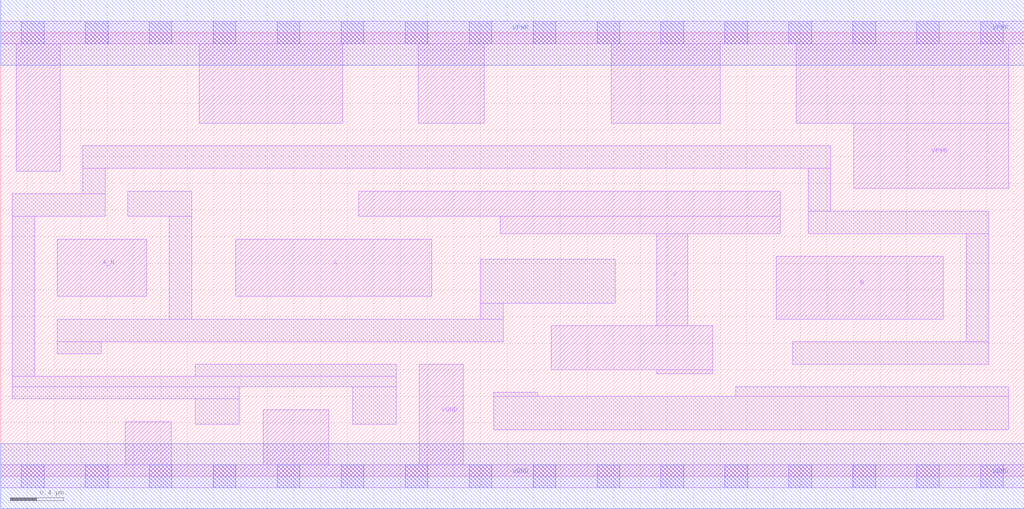
<source format=lef>
# Copyright 2020 The SkyWater PDK Authors
#
# Licensed under the Apache License, Version 2.0 (the "License");
# you may not use this file except in compliance with the License.
# You may obtain a copy of the License at
#
#     https://www.apache.org/licenses/LICENSE-2.0
#
# Unless required by applicable law or agreed to in writing, software
# distributed under the License is distributed on an "AS IS" BASIS,
# WITHOUT WARRANTIES OR CONDITIONS OF ANY KIND, either express or implied.
# See the License for the specific language governing permissions and
# limitations under the License.
#
# SPDX-License-Identifier: Apache-2.0

VERSION 5.7 ;
  NAMESCASESENSITIVE ON ;
  NOWIREEXTENSIONATPIN ON ;
  DIVIDERCHAR "/" ;
  BUSBITCHARS "[]" ;
UNITS
  DATABASE MICRONS 200 ;
END UNITS
MACRO sky130_fd_sc_ms__nand3b_4
  CLASS CORE ;
  SOURCE USER ;
  FOREIGN sky130_fd_sc_ms__nand3b_4 ;
  ORIGIN  0.000000  0.000000 ;
  SIZE  7.680000 BY  3.330000 ;
  SYMMETRY X Y ;
  SITE unit ;
  PIN A_N
    ANTENNAGATEAREA  0.413400 ;
    DIRECTION INPUT ;
    USE SIGNAL ;
    PORT
      LAYER li1 ;
        RECT 0.425000 1.350000 1.095000 1.780000 ;
    END
  END A_N
  PIN B
    ANTENNAGATEAREA  0.847200 ;
    DIRECTION INPUT ;
    USE SIGNAL ;
    PORT
      LAYER li1 ;
        RECT 5.820000 1.180000 7.075000 1.650000 ;
    END
  END B
  PIN C
    ANTENNAGATEAREA  0.847200 ;
    DIRECTION INPUT ;
    USE SIGNAL ;
    PORT
      LAYER li1 ;
        RECT 1.765000 1.350000 3.235000 1.780000 ;
    END
  END C
  PIN Y
    ANTENNADIFFAREA  1.765700 ;
    DIRECTION OUTPUT ;
    USE SIGNAL ;
    PORT
      LAYER li1 ;
        RECT 2.685000 1.950000 5.850000 2.140000 ;
        RECT 3.750000 1.820000 5.850000 1.950000 ;
        RECT 4.130000 0.800000 5.345000 1.130000 ;
        RECT 4.925000 0.770000 5.345000 0.800000 ;
        RECT 4.925000 1.130000 5.155000 1.820000 ;
    END
  END Y
  PIN VGND
    DIRECTION INOUT ;
    USE GROUND ;
    PORT
      LAYER li1 ;
        RECT 0.000000 -0.085000 7.680000 0.085000 ;
        RECT 0.935000  0.085000 1.280000 0.410000 ;
        RECT 1.970000  0.085000 2.460000 0.500000 ;
        RECT 3.140000  0.085000 3.470000 0.840000 ;
      LAYER mcon ;
        RECT 0.155000 -0.085000 0.325000 0.085000 ;
        RECT 0.635000 -0.085000 0.805000 0.085000 ;
        RECT 1.115000 -0.085000 1.285000 0.085000 ;
        RECT 1.595000 -0.085000 1.765000 0.085000 ;
        RECT 2.075000 -0.085000 2.245000 0.085000 ;
        RECT 2.555000 -0.085000 2.725000 0.085000 ;
        RECT 3.035000 -0.085000 3.205000 0.085000 ;
        RECT 3.515000 -0.085000 3.685000 0.085000 ;
        RECT 3.995000 -0.085000 4.165000 0.085000 ;
        RECT 4.475000 -0.085000 4.645000 0.085000 ;
        RECT 4.955000 -0.085000 5.125000 0.085000 ;
        RECT 5.435000 -0.085000 5.605000 0.085000 ;
        RECT 5.915000 -0.085000 6.085000 0.085000 ;
        RECT 6.395000 -0.085000 6.565000 0.085000 ;
        RECT 6.875000 -0.085000 7.045000 0.085000 ;
        RECT 7.355000 -0.085000 7.525000 0.085000 ;
      LAYER met1 ;
        RECT 0.000000 -0.245000 7.680000 0.245000 ;
    END
  END VGND
  PIN VPWR
    DIRECTION INOUT ;
    USE POWER ;
    PORT
      LAYER li1 ;
        RECT 0.000000 3.245000 7.680000 3.415000 ;
        RECT 0.115000 2.290000 0.445000 3.245000 ;
        RECT 1.490000 2.650000 2.565000 3.245000 ;
        RECT 3.135000 2.650000 3.630000 3.245000 ;
        RECT 4.580000 2.650000 5.400000 3.245000 ;
        RECT 5.970000 2.650000 7.565000 3.245000 ;
        RECT 6.400000 2.160000 7.565000 2.650000 ;
      LAYER mcon ;
        RECT 0.155000 3.245000 0.325000 3.415000 ;
        RECT 0.635000 3.245000 0.805000 3.415000 ;
        RECT 1.115000 3.245000 1.285000 3.415000 ;
        RECT 1.595000 3.245000 1.765000 3.415000 ;
        RECT 2.075000 3.245000 2.245000 3.415000 ;
        RECT 2.555000 3.245000 2.725000 3.415000 ;
        RECT 3.035000 3.245000 3.205000 3.415000 ;
        RECT 3.515000 3.245000 3.685000 3.415000 ;
        RECT 3.995000 3.245000 4.165000 3.415000 ;
        RECT 4.475000 3.245000 4.645000 3.415000 ;
        RECT 4.955000 3.245000 5.125000 3.415000 ;
        RECT 5.435000 3.245000 5.605000 3.415000 ;
        RECT 5.915000 3.245000 6.085000 3.415000 ;
        RECT 6.395000 3.245000 6.565000 3.415000 ;
        RECT 6.875000 3.245000 7.045000 3.415000 ;
        RECT 7.355000 3.245000 7.525000 3.415000 ;
      LAYER met1 ;
        RECT 0.000000 3.085000 7.680000 3.575000 ;
    END
  END VPWR
  OBS
    LAYER li1 ;
      RECT 0.085000 0.580000 1.790000 0.670000 ;
      RECT 0.085000 0.670000 2.970000 0.750000 ;
      RECT 0.085000 0.750000 0.255000 1.950000 ;
      RECT 0.085000 1.950000 0.785000 2.120000 ;
      RECT 0.425000 0.920000 0.755000 1.010000 ;
      RECT 0.425000 1.010000 3.770000 1.180000 ;
      RECT 0.615000 2.120000 0.785000 2.310000 ;
      RECT 0.615000 2.310000 6.230000 2.480000 ;
      RECT 0.955000 1.950000 1.435000 2.140000 ;
      RECT 1.265000 1.180000 1.435000 1.950000 ;
      RECT 1.460000 0.390000 1.790000 0.580000 ;
      RECT 1.460000 0.750000 2.970000 0.840000 ;
      RECT 2.640000 0.390000 2.970000 0.670000 ;
      RECT 3.600000 1.180000 3.770000 1.300000 ;
      RECT 3.600000 1.300000 4.610000 1.630000 ;
      RECT 3.700000 0.350000 7.565000 0.600000 ;
      RECT 3.700000 0.600000 4.030000 0.630000 ;
      RECT 5.515000 0.600000 7.565000 0.670000 ;
      RECT 5.945000 0.840000 7.415000 1.010000 ;
      RECT 6.060000 1.820000 7.415000 1.990000 ;
      RECT 6.060000 1.990000 6.230000 2.310000 ;
      RECT 7.245000 1.010000 7.415000 1.820000 ;
  END
END sky130_fd_sc_ms__nand3b_4

</source>
